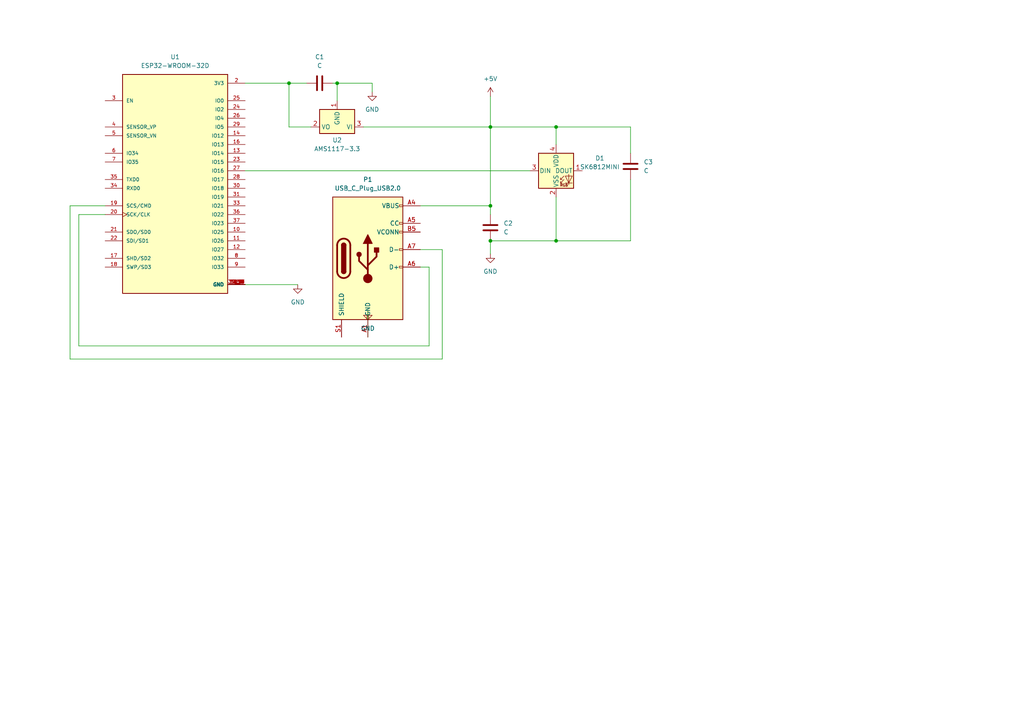
<source format=kicad_sch>
(kicad_sch (version 20230121) (generator eeschema)
  (paper "A4")
  (lib_symbols
    (symbol "Connector:USB_C_Plug_USB2.0" (pin_names (offset 1.016))
      (property "Reference" "P" (at -10.16 19.05 0))
      (property "Value" "USB_C_Plug_USB2.0" (at 12.7 19.05 0))
      (symbol "USB_C_Plug_USB2.0_0_0"
        (rectangle (start -0.254 -17.78) (end 0.254 -16.764))
        (rectangle (start 10.16 -2.286) (end 9.144 -2.794))
        (rectangle (start 10.16 2.794) (end 9.144 2.286))
        (rectangle (start 10.16 7.874) (end 9.144 7.366))
        (rectangle (start 10.16 10.414) (end 9.144 9.906))
        (rectangle (start 10.16 15.494) (end 9.144 14.986))
      )
      (symbol "USB_C_Plug_USB2.0_0_1"
        (rectangle (start -10.16 17.78) (end 10.16 -17.78) (stroke (width 0.254)) (fill (type background)))
        (arc (start -8.89 -3.81) (mid -6.985 -5.7067) (end -5.08 -3.81) (stroke (width 0.508)))
        (arc (start -7.62 -3.81) (mid -6.985 -4.4423) (end -6.35 -3.81) (stroke (width 0.254)))
        (arc (start -7.62 -3.81) (mid -6.985 -4.4423) (end -6.35 -3.81) (stroke (width 0.254)) (fill (type outline)))
        (rectangle (start -7.62 -3.81) (end -6.35 3.81) (stroke (width 0.254)) (fill (type outline)))
        (arc (start -6.35 3.81) (mid -6.985 4.4423) (end -7.62 3.81) (stroke (width 0.254)))
        (arc (start -6.35 3.81) (mid -6.985 4.4423) (end -7.62 3.81) (stroke (width 0.254)) (fill (type outline)))
        (arc (start -5.08 3.81) (mid -6.985 5.7067) (end -8.89 3.81) (stroke (width 0.508)))
        (circle (center -2.54 1.143) (radius 0.635) (stroke (width 0.254)) (fill (type outline)))
        (circle (center 0 -5.842) (radius 1.27) (fill (type outline)))
        (polyline (pts (xy -8.89 -3.81) (xy -8.89 3.81)) (stroke (width 0.508)))
        (polyline (pts (xy -5.08 3.81) (xy -5.08 -3.81)) (stroke (width 0.508)))
        (polyline (pts (xy 0 -5.842) (xy 0 4.318)) (stroke (width 0.508)))
        (polyline (pts (xy 0 -3.302) (xy -2.54 -0.762) (xy -2.54 0.508)) (stroke (width 0.508)))
        (polyline (pts (xy 0 -2.032) (xy 2.54 0.508) (xy 2.54 1.778)) (stroke (width 0.508)))
        (polyline (pts (xy -1.27 4.318) (xy 0 6.858) (xy 1.27 4.318) (xy -1.27 4.318)) (stroke (width 0.254)) (fill (type outline)))
        (rectangle (start 1.905 1.778) (end 3.175 3.048) (stroke (width 0.254)) (fill (type outline)))
      )
      (symbol "USB_C_Plug_USB2.0_1_1"
        (pin passive line (at 0 -22.86 90) (length 5.08) (name "GND") (number "A1"))
        (pin passive line (at 0 -22.86 90) (length 5.08) hide (name "GND") (number "A12"))
        (pin passive line (at 15.24 15.24 180) (length 5.08) (name "VBUS") (number "A4"))
        (pin bidirectional line (at 15.24 10.16 180) (length 5.08) (name "CC") (number "A5"))
        (pin bidirectional line (at 15.24 -2.54 180) (length 5.08) (name "D+") (number "A6"))
        (pin bidirectional line (at 15.24 2.54 180) (length 5.08) (name "D-") (number "A7"))
        (pin passive line (at 15.24 15.24 180) (length 5.08) hide (name "VBUS") (number "A9"))
        (pin passive line (at 0 -22.86 90) (length 5.08) hide (name "GND") (number "B1"))
        (pin passive line (at 0 -22.86 90) (length 5.08) hide (name "GND") (number "B12"))
        (pin passive line (at 15.24 15.24 180) (length 5.08) hide (name "VBUS") (number "B4"))
        (pin bidirectional line (at 15.24 7.62 180) (length 5.08) (name "VCONN") (number "B5"))
        (pin passive line (at 15.24 15.24 180) (length 5.08) hide (name "VBUS") (number "B9"))
        (pin passive line (at -7.62 -22.86 90) (length 5.08) (name "SHIELD") (number "S1"))
      )
    )
    (symbol "Device:C" (pin_numbers hide) (pin_names (offset 0.254))
      (property "Reference" "C" (at 0.635 2.54 0))
      (property "Value" "C" (at 0.635 -2.54 0))
      (symbol "C_0_1"
        (polyline (pts (xy -2.032 -0.762) (xy 2.032 -0.762)) (stroke (width 0.508)))
        (polyline (pts (xy -2.032 0.762) (xy 2.032 0.762)) (stroke (width 0.508)))
      )
      (symbol "C_1_1"
        (pin passive line (at 0 3.81 270) (length 2.794) (name "~") (number "1"))
        (pin passive line (at 0 -3.81 90) (length 2.794) (name "~") (number "2"))
      )
    )
    (symbol "ESP32-WROOM-32D:ESP32-WROOM-32D" (pin_names (offset 1.016))
      (property "Reference" "U" (at -15.0359 31.5945 0))
      (property "Value" "ESP32-WROOM-32D" (at -15.2867 -35.6681 0))
      (symbol "ESP32-WROOM-32D_0_0"
        (rectangle (start -15.24 -33.02) (end 15.24 30.48) (stroke (width 0.254)) (fill (type background)))
        (pin power_in line (at 20.32 -30.48 180) (length 5.08) (name "GND") (number "1"))
        (pin bidirectional line (at 20.32 -15.24 180) (length 5.08) (name "IO25") (number "10"))
        (pin bidirectional line (at 20.32 -17.78 180) (length 5.08) (name "IO26") (number "11"))
        (pin bidirectional line (at 20.32 -20.32 180) (length 5.08) (name "IO27") (number "12"))
        (pin bidirectional line (at 20.32 7.62 180) (length 5.08) (name "IO14") (number "13"))
        (pin bidirectional line (at 20.32 12.7 180) (length 5.08) (name "IO12") (number "14"))
        (pin power_in line (at 20.32 -30.48 180) (length 5.08) (name "GND") (number "15"))
        (pin bidirectional line (at 20.32 10.16 180) (length 5.08) (name "IO13") (number "16"))
        (pin bidirectional line (at -20.32 -22.86 0) (length 5.08) (name "SHD/SD2") (number "17"))
        (pin bidirectional line (at -20.32 -25.4 0) (length 5.08) (name "SWP/SD3") (number "18"))
        (pin bidirectional line (at -20.32 -7.62 0) (length 5.08) (name "SCS/CMD") (number "19"))
        (pin power_in line (at 20.32 27.94 180) (length 5.08) (name "3V3") (number "2"))
        (pin bidirectional clock (at -20.32 -10.16 0) (length 5.08) (name "SCK/CLK") (number "20"))
        (pin bidirectional line (at -20.32 -15.24 0) (length 5.08) (name "SDO/SD0") (number "21"))
        (pin bidirectional line (at -20.32 -17.78 0) (length 5.08) (name "SDI/SD1") (number "22"))
        (pin bidirectional line (at 20.32 5.08 180) (length 5.08) (name "IO15") (number "23"))
        (pin bidirectional line (at 20.32 20.32 180) (length 5.08) (name "IO2") (number "24"))
        (pin bidirectional line (at 20.32 22.86 180) (length 5.08) (name "IO0") (number "25"))
        (pin bidirectional line (at 20.32 17.78 180) (length 5.08) (name "IO4") (number "26"))
        (pin bidirectional line (at 20.32 2.54 180) (length 5.08) (name "IO16") (number "27"))
        (pin bidirectional line (at 20.32 0 180) (length 5.08) (name "IO17") (number "28"))
        (pin bidirectional line (at 20.32 15.24 180) (length 5.08) (name "IO5") (number "29"))
        (pin input line (at -20.32 22.86 0) (length 5.08) (name "EN") (number "3"))
        (pin bidirectional line (at 20.32 -2.54 180) (length 5.08) (name "IO18") (number "30"))
        (pin bidirectional line (at 20.32 -5.08 180) (length 5.08) (name "IO19") (number "31"))
        (pin bidirectional line (at 20.32 -7.62 180) (length 5.08) (name "IO21") (number "33"))
        (pin bidirectional line (at -20.32 -2.54 0) (length 5.08) (name "RXD0") (number "34"))
        (pin bidirectional line (at -20.32 0 0) (length 5.08) (name "TXD0") (number "35"))
        (pin bidirectional line (at 20.32 -10.16 180) (length 5.08) (name "IO22") (number "36"))
        (pin bidirectional line (at 20.32 -12.7 180) (length 5.08) (name "IO23") (number "37"))
        (pin power_in line (at 20.32 -30.48 180) (length 5.08) (name "GND") (number "38"))
        (pin power_in line (at 20.32 -30.48 180) (length 5.08) (name "GND") (number "39_1"))
        (pin power_in line (at 20.32 -30.48 180) (length 5.08) (name "GND") (number "39_10"))
        (pin power_in line (at 20.32 -30.48 180) (length 5.08) (name "GND") (number "39_11"))
        (pin power_in line (at 20.32 -30.48 180) (length 5.08) (name "GND") (number "39_12"))
        (pin power_in line (at 20.32 -30.48 180) (length 5.08) (name "GND") (number "39_13"))
        (pin power_in line (at 20.32 -30.48 180) (length 5.08) (name "GND") (number "39_14"))
        (pin power_in line (at 20.32 -30.48 180) (length 5.08) (name "GND") (number "39_15"))
        (pin power_in line (at 20.32 -30.48 180) (length 5.08) (name "GND") (number "39_16"))
        (pin power_in line (at 20.32 -30.48 180) (length 5.08) (name "GND") (number "39_17"))
        (pin power_in line (at 20.32 -30.48 180) (length 5.08) (name "GND") (number "39_18"))
        (pin power_in line (at 20.32 -30.48 180) (length 5.08) (name "GND") (number "39_19"))
        (pin power_in line (at 20.32 -30.48 180) (length 5.08) (name "GND") (number "39_2"))
        (pin power_in line (at 20.32 -30.48 180) (length 5.08) (name "GND") (number "39_20"))
        (pin power_in line (at 20.32 -30.48 180) (length 5.08) (name "GND") (number "39_21"))
        (pin power_in line (at 20.32 -30.48 180) (length 5.08) (name "GND") (number "39_3"))
        (pin power_in line (at 20.32 -30.48 180) (length 5.08) (name "GND") (number "39_4"))
        (pin power_in line (at 20.32 -30.48 180) (length 5.08) (name "GND") (number "39_5"))
        (pin power_in line (at 20.32 -30.48 180) (length 5.08) (name "GND") (number "39_6"))
        (pin power_in line (at 20.32 -30.48 180) (length 5.08) (name "GND") (number "39_7"))
        (pin power_in line (at 20.32 -30.48 180) (length 5.08) (name "GND") (number "39_8"))
        (pin power_in line (at 20.32 -30.48 180) (length 5.08) (name "GND") (number "39_9"))
        (pin input line (at -20.32 15.24 0) (length 5.08) (name "SENSOR_VP") (number "4"))
        (pin input line (at -20.32 12.7 0) (length 5.08) (name "SENSOR_VN") (number "5"))
        (pin input line (at -20.32 7.62 0) (length 5.08) (name "IO34") (number "6"))
        (pin input line (at -20.32 5.08 0) (length 5.08) (name "IO35") (number "7"))
        (pin bidirectional line (at 20.32 -22.86 180) (length 5.08) (name "IO32") (number "8"))
        (pin bidirectional line (at 20.32 -25.4 180) (length 5.08) (name "IO33") (number "9"))
      )
    )
    (symbol "LED:SK6812MINI" (pin_names (offset 0.254))
      (property "Reference" "D" (at 5.08 5.715 0))
      (property "Value" "SK6812MINI" (at 1.27 -5.715 0))
      (symbol "SK6812MINI_0_0"
        (text "RGB" (at 2.286 -4.191 0) (effects (font (size 0.762 0.762))))
      )
      (symbol "SK6812MINI_0_1"
        (polyline (pts (xy 1.27 -3.556) (xy 1.778 -3.556)))
        (polyline (pts (xy 1.27 -2.54) (xy 1.778 -2.54)))
        (polyline (pts (xy 4.699 -3.556) (xy 2.667 -3.556)))
        (polyline (pts (xy 2.286 -2.54) (xy 1.27 -3.556) (xy 1.27 -3.048)))
        (polyline (pts (xy 2.286 -1.524) (xy 1.27 -2.54) (xy 1.27 -2.032)))
        (polyline (pts (xy 3.683 -1.016) (xy 3.683 -3.556) (xy 3.683 -4.064)))
        (polyline (pts (xy 4.699 -1.524) (xy 2.667 -1.524) (xy 3.683 -3.556) (xy 4.699 -1.524)))
        (rectangle (start 5.08 5.08) (end -5.08 -5.08) (stroke (width 0.254)) (fill (type background)))
      )
      (symbol "SK6812MINI_1_1"
        (pin output line (at 7.62 0 180) (length 2.54) (name "DOUT") (number "1"))
        (pin power_in line (at 0 -7.62 90) (length 2.54) (name "VSS") (number "2"))
        (pin input line (at -7.62 0 0) (length 2.54) (name "DIN") (number "3"))
        (pin power_in line (at 0 7.62 270) (length 2.54) (name "VDD") (number "4"))
      )
    )
    (symbol "Regulator_Linear:AMS1117-3.3"
      (property "Reference" "U" (at -3.81 3.175 0))
      (property "Value" "AMS1117-3.3" (at 0 3.175 0))
      (symbol "AMS1117-3.3_0_1"
        (rectangle (start -5.08 -5.08) (end 5.08 1.905) (stroke (width 0.254)) (fill (type background)))
      )
      (symbol "AMS1117-3.3_1_1"
        (pin power_in line (at 0 -7.62 90) (length 2.54) (name "GND") (number "1"))
        (pin power_out line (at 7.62 0 180) (length 2.54) (name "VO") (number "2"))
        (pin power_in line (at -7.62 0 0) (length 2.54) (name "VI") (number "3"))
      )
    )
    (symbol "power:+5V" (power) (pin_names (offset 0))
      (property "Value" "+5V" (at 0 3.556 0))
      (symbol "+5V_0_1"
        (polyline (pts (xy -0.762 1.27) (xy 0 2.54)))
        (polyline (pts (xy 0 0) (xy 0 2.54)))
        (polyline (pts (xy 0 2.54) (xy 0.762 1.27)))
      )
      (symbol "+5V_1_1"
        (pin power_in line (at 0 0 90) (length 0) hide (name "+5V") (number "1"))
      )
    )
    (symbol "power:GND" (power) (pin_names (offset 0))
      (property "Value" "GND" (at 0 -3.81 0))
      (symbol "GND_0_1"
        (polyline (pts (xy 0 0) (xy 0 -1.27) (xy 1.27 -1.27) (xy 0 -2.54) (xy -1.27 -1.27) (xy 0 -1.27)))
      )
      (symbol "GND_1_1"
        (pin power_in line (at 0 0 270) (length 0) hide (name "GND") (number "1"))
      )
    )
  )
  (junction (at 83.82 24.13))
  (junction (at 142.24 36.83))
  (junction (at 161.29 69.85))
  (junction (at 142.24 69.85))
  (junction (at 161.29 36.83))
  (junction (at 97.79 24.13))
  (junction (at 142.24 59.69))
  (wire (pts (xy 142.24 69.85) (xy 142.24 73.66)))
  (wire (pts (xy 182.88 69.85) (xy 161.29 69.85)))
  (wire (pts (xy 105.41 36.83) (xy 142.24 36.83)))
  (wire (pts (xy 121.92 77.47) (xy 124.46 77.47)))
  (wire (pts (xy 106.68 97.79) (xy 106.68 90.17)))
  (wire (pts (xy 71.12 82.55) (xy 86.36 82.55)))
  (wire (pts (xy 90.17 36.83) (xy 83.82 36.83)))
  (wire (pts (xy 97.79 24.13) (xy 97.79 29.21)))
  (wire (pts (xy 161.29 69.85) (xy 142.24 69.85)))
  (wire (pts (xy 142.24 27.94) (xy 142.24 36.83)))
  (wire (pts (xy 182.88 52.07) (xy 182.88 69.85)))
  (wire (pts (xy 22.86 62.23) (xy 30.48 62.23)))
  (wire (pts (xy 182.88 44.45) (xy 182.88 36.83)))
  (wire (pts (xy 124.46 100.33) (xy 22.86 100.33)))
  (wire (pts (xy 20.32 104.14) (xy 20.32 59.69)))
  (wire (pts (xy 128.27 72.39) (xy 128.27 104.14)))
  (wire (pts (xy 142.24 36.83) (xy 142.24 59.69)))
  (wire (pts (xy 142.24 62.23) (xy 142.24 59.69)))
  (wire (pts (xy 97.79 24.13) (xy 107.95 24.13)))
  (wire (pts (xy 124.46 77.47) (xy 124.46 100.33)))
  (wire (pts (xy 107.95 24.13) (xy 107.95 26.67)))
  (wire (pts (xy 22.86 100.33) (xy 22.86 62.23)))
  (wire (pts (xy 71.12 49.53) (xy 153.67 49.53)))
  (wire (pts (xy 121.92 59.69) (xy 142.24 59.69)))
  (wire (pts (xy 83.82 24.13) (xy 71.12 24.13)))
  (wire (pts (xy 161.29 41.91) (xy 161.29 36.83)))
  (wire (pts (xy 96.52 24.13) (xy 97.79 24.13)))
  (wire (pts (xy 121.92 72.39) (xy 128.27 72.39)))
  (wire (pts (xy 83.82 36.83) (xy 83.82 24.13)))
  (wire (pts (xy 20.32 59.69) (xy 30.48 59.69)))
  (wire (pts (xy 161.29 57.15) (xy 161.29 69.85)))
  (wire (pts (xy 182.88 36.83) (xy 161.29 36.83)))
  (wire (pts (xy 142.24 36.83) (xy 161.29 36.83)))
  (wire (pts (xy 128.27 104.14) (xy 20.32 104.14)))
  (wire (pts (xy 88.9 24.13) (xy 83.82 24.13)))
  (symbol (lib_id "power:+5V") (at 142.24 27.94 0) (unit 1)
    (property "Reference" "#PWR03" (effects hide))
    (property "Value" "+5V" (at 142.24 22.86 0))
  )
  (symbol (lib_id "Regulator_Linear:AMS1117-3.3") (at 97.79 36.83 180) (unit 1)
    (property "Reference" "U2" (at 97.79 40.64 0))
    (property "Value" "AMS1117-3.3" (at 97.79 43.18 0))
    (property "Footprint" "Package_TO_SOT_SMD:SOT-223-3_TabPin2" (effects hide))
    (property "Datasheet" "http://www.advanced-monolithic.com/pdf/ds1117.pdf" (effects hide))
  )
  (symbol (lib_id "power:GND") (at 86.36 82.55 0) (unit 1)
    (property "Reference" "#PWR01" (effects hide))
    (property "Value" "GND" (at 86.36 87.63 0))
  )
  (symbol (lib_id "Device:C") (at 182.88 48.26 0) (unit 1)
    (property "Reference" "C3" (at 186.69 46.99 0) (effects (justify left)))
    (property "Value" "C" (at 186.69 49.53 0) (effects (justify left)))
    (property "Footprint" "Capacitor_SMD:C_1210_3225Metric" (effects hide))
  )
  (symbol (lib_id "power:GND") (at 142.24 73.66 0) (unit 1)
    (property "Reference" "#PWR05" (effects hide))
    (property "Value" "GND" (at 142.24 78.74 0))
  )
  (symbol (lib_id "ESP32-WROOM-32D:ESP32-WROOM-32D") (at 50.8 52.07 0) (unit 1)
    (property "Reference" "U1" (at 50.8 16.51 0))
    (property "Value" "ESP32-WROOM-32D" (at 50.8 19.05 0))
    (property "Footprint" "ESP32-WROOM-32D:MODULE_ESP32-WROOM-32D" (effects hide))
    (property "MF" "Espressif Systems" (effects hide))
    (property "MAXIMUM_PACKAGE_HEIGHT" "3.2 mm" (effects hide))
    (property "Package" "Non Standard Espressif Systems" (effects hide))
    (property "Price" "None" (effects hide))
    (property "Check_prices" "https://www.snapeda.com/parts/ESP32-WROOM-32D/Espressif+Systems/view-part/?ref=eda" (effects hide))
    (property "STANDARD" "Manufacturer Recommendations" (effects hide))
    (property "PARTREV" "1.9" (effects hide))
    (property "SnapEDA_Link" "https://www.snapeda.com/parts/ESP32-WROOM-32D/Espressif+Systems/view-part/?ref=snap" (effects hide))
    (property "MP" "ESP32-WROOM-32D" (effects hide))
    (property "Description" "\nBluetooth, WiFi 802.11b/g/n, Bluetooth v4.2 +EDR, Class 1, 2 and 3 Transceiver Module 2.4GHz ~ 2.5GHz Integrated\n" (effects hide))
    (property "Availability" "In Stock" (effects hide))
    (property "MANUFACTURER" "Espressif Systems" (effects hide))
  )
  (symbol (lib_id "Device:C") (at 92.71 24.13 270) (unit 1)
    (property "Reference" "C1" (at 92.71 16.51 90))
    (property "Value" "C" (at 92.71 19.05 90))
    (property "Footprint" "Capacitor_SMD:C_1210_3225Metric" (effects hide))
  )
  (symbol (lib_id "Connector:USB_C_Plug_USB2.0") (at 106.68 74.93 0) (unit 1)
    (property "Reference" "P1" (at 106.68 52.07 0))
    (property "Value" "USB_C_Plug_USB2.0" (at 106.68 54.61 0))
    (property "Footprint" "Connector_USB:USB_C_Receptacle_G-Switch_GT-USB-7010ASV" (effects hide))
    (property "Datasheet" "https://www.usb.org/sites/default/files/documents/usb_type-c.zip" (effects hide))
  )
  (symbol (lib_id "Device:C") (at 142.24 66.04 0) (unit 1)
    (property "Reference" "C2" (at 146.05 64.77 0) (effects (justify left)))
    (property "Value" "C" (at 146.05 67.31 0) (effects (justify left)))
    (property "Footprint" "Capacitor_SMD:C_1210_3225Metric" (effects hide))
  )
  (symbol (lib_id "LED:SK6812MINI") (at 161.29 49.53 0) (unit 1)
    (property "Reference" "D1" (at 173.99 45.8821 0))
    (property "Value" "SK6812MINI" (at 173.99 48.4221 0))
    (property "Footprint" "LED_SMD:LED_SK6812MINI_PLCC4_3.5x3.5mm_P1.75mm" (effects hide))
    (property "Datasheet" "https://cdn-shop.adafruit.com/product-files/2686/SK6812MINI_REV.01-1-2.pdf" (effects hide))
  )
  (symbol (lib_id "power:GND") (at 106.68 90.17 0) (unit 1)
    (property "Reference" "#PWR04" (effects hide))
    (property "Value" "GND" (at 106.68 95.25 0))
  )
  (symbol (lib_id "power:GND") (at 107.95 26.67 0) (unit 1)
    (property "Reference" "#PWR06" (effects hide))
    (property "Value" "GND" (at 107.95 31.75 0))
  )
)
</source>
